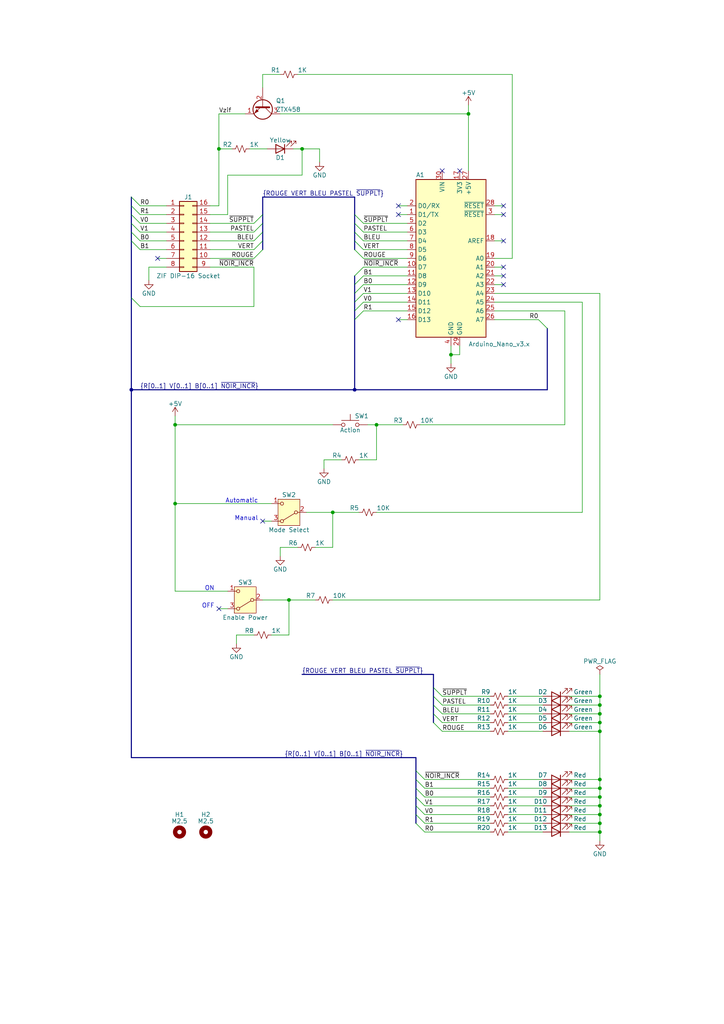
<source format=kicad_sch>
(kicad_sch (version 20230121) (generator eeschema)
  (paper "A4" portrait)
  (title_block (title "Testbench for the Color PROM of the Thomson MO5") (date "2024-12-06") (rev "v0.0.1-DRAFT") (company "Sporniket") (comment 2 "...tree/main/testbench/hardware") (comment 3 "https://github.com/sporniket/kicad-conversions--thomson-mo5--i03-replacement/...") (comment 4 "Original repository : "))
  (lib_symbols
    (symbol "Connector_Generic:Conn_02x08_Counter_Clockwise" (pin_names (offset 1.016) hide)
      (property "Reference" "J" (at 1.27 10.16 0))
      (property "Value" "Conn_02x08_Counter_Clockwise" (at 1.27 -12.7 0))
      (symbol "Conn_02x08_Counter_Clockwise_1_1"
        (rectangle (start -1.27 -10.033) (end 0 -10.287) (stroke (width 0.1524)))
        (rectangle (start -1.27 -7.493) (end 0 -7.747) (stroke (width 0.1524)))
        (rectangle (start -1.27 -4.953) (end 0 -5.207) (stroke (width 0.1524)))
        (rectangle (start -1.27 -2.413) (end 0 -2.667) (stroke (width 0.1524)))
        (rectangle (start -1.27 0.127) (end 0 -0.127) (stroke (width 0.1524)))
        (rectangle (start -1.27 2.667) (end 0 2.413) (stroke (width 0.1524)))
        (rectangle (start -1.27 5.207) (end 0 4.953) (stroke (width 0.1524)))
        (rectangle (start -1.27 7.747) (end 0 7.493) (stroke (width 0.1524)))
        (rectangle (start -1.27 8.89) (end 3.81 -11.43) (stroke (width 0.254)) (fill (type background)))
        (rectangle (start 3.81 -10.033) (end 2.54 -10.287) (stroke (width 0.1524)))
        (rectangle (start 3.81 -7.493) (end 2.54 -7.747) (stroke (width 0.1524)))
        (rectangle (start 3.81 -4.953) (end 2.54 -5.207) (stroke (width 0.1524)))
        (rectangle (start 3.81 -2.413) (end 2.54 -2.667) (stroke (width 0.1524)))
        (rectangle (start 3.81 0.127) (end 2.54 -0.127) (stroke (width 0.1524)))
        (rectangle (start 3.81 2.667) (end 2.54 2.413) (stroke (width 0.1524)))
        (rectangle (start 3.81 5.207) (end 2.54 4.953) (stroke (width 0.1524)))
        (rectangle (start 3.81 7.747) (end 2.54 7.493) (stroke (width 0.1524)))
        (pin passive line (at -5.08 7.62 0) (length 3.81) (name "Pin_1") (number "1"))
        (pin passive line (at 7.62 -7.62 180) (length 3.81) (name "Pin_10") (number "10"))
        (pin passive line (at 7.62 -5.08 180) (length 3.81) (name "Pin_11") (number "11"))
        (pin passive line (at 7.62 -2.54 180) (length 3.81) (name "Pin_12") (number "12"))
        (pin passive line (at 7.62 0 180) (length 3.81) (name "Pin_13") (number "13"))
        (pin passive line (at 7.62 2.54 180) (length 3.81) (name "Pin_14") (number "14"))
        (pin passive line (at 7.62 5.08 180) (length 3.81) (name "Pin_15") (number "15"))
        (pin passive line (at 7.62 7.62 180) (length 3.81) (name "Pin_16") (number "16"))
        (pin passive line (at -5.08 5.08 0) (length 3.81) (name "Pin_2") (number "2"))
        (pin passive line (at -5.08 2.54 0) (length 3.81) (name "Pin_3") (number "3"))
        (pin passive line (at -5.08 0 0) (length 3.81) (name "Pin_4") (number "4"))
        (pin passive line (at -5.08 -2.54 0) (length 3.81) (name "Pin_5") (number "5"))
        (pin passive line (at -5.08 -5.08 0) (length 3.81) (name "Pin_6") (number "6"))
        (pin passive line (at -5.08 -7.62 0) (length 3.81) (name "Pin_7") (number "7"))
        (pin passive line (at -5.08 -10.16 0) (length 3.81) (name "Pin_8") (number "8"))
        (pin passive line (at 7.62 -10.16 180) (length 3.81) (name "Pin_9") (number "9"))
      )
    )
    (symbol "Device:LED" (pin_numbers hide) (pin_names (offset 1.016) hide)
      (property "Reference" "D" (at 0 2.54 0))
      (property "Value" "LED" (at 0 -2.54 0))
      (symbol "LED_0_1"
        (polyline (pts (xy -1.27 -1.27) (xy -1.27 1.27)) (stroke (width 0.254)))
        (polyline (pts (xy -1.27 0) (xy 1.27 0)))
        (polyline (pts (xy 1.27 -1.27) (xy 1.27 1.27) (xy -1.27 0) (xy 1.27 -1.27)) (stroke (width 0.254)))
        (polyline (pts (xy -3.048 -0.762) (xy -4.572 -2.286) (xy -3.81 -2.286) (xy -4.572 -2.286) (xy -4.572 -1.524)))
        (polyline (pts (xy -1.778 -0.762) (xy -3.302 -2.286) (xy -2.54 -2.286) (xy -3.302 -2.286) (xy -3.302 -1.524)))
      )
      (symbol "LED_1_1"
        (pin passive line (at -3.81 0 0) (length 2.54) (name "K") (number "1"))
        (pin passive line (at 3.81 0 180) (length 2.54) (name "A") (number "2"))
      )
    )
    (symbol "Device:Q_NPN_EBC" (pin_names (offset 0) hide)
      (property "Reference" "Q" (at 5.08 1.27 0))
      (property "Value" "Q_NPN_EBC" (at 5.08 -1.27 0))
      (symbol "Q_NPN_EBC_0_1"
        (polyline (pts (xy 0.635 0.635) (xy 2.54 2.54)))
        (polyline (pts (xy 0.635 -0.635) (xy 2.54 -2.54) (xy 2.54 -2.54)))
        (polyline (pts (xy 0.635 1.905) (xy 0.635 -1.905) (xy 0.635 -1.905)) (stroke (width 0.508)))
        (polyline (pts (xy 1.27 -1.778) (xy 1.778 -1.27) (xy 2.286 -2.286) (xy 1.27 -1.778) (xy 1.27 -1.778)) (fill (type outline)))
        (circle (center 1.27 0) (radius 2.8194) (stroke (width 0.254)))
      )
      (symbol "Q_NPN_EBC_1_1"
        (pin passive line (at 2.54 -5.08 90) (length 2.54) (name "E") (number "1"))
        (pin passive line (at -5.08 0 0) (length 5.715) (name "B") (number "2"))
        (pin passive line (at 2.54 5.08 270) (length 2.54) (name "C") (number "3"))
      )
    )
    (symbol "Device:R_Small_US" (pin_numbers hide) (pin_names (offset 0.254) hide)
      (property "Reference" "R" (at 0.762 0.508 0))
      (property "Value" "R_Small_US" (at 0.762 -1.016 0))
      (symbol "R_Small_US_1_1"
        (polyline (pts (xy 0 0) (xy 1.016 -0.381) (xy 0 -0.762) (xy -1.016 -1.143) (xy 0 -1.524)))
        (polyline (pts (xy 0 1.524) (xy 1.016 1.143) (xy 0 0.762) (xy -1.016 0.381) (xy 0 0)))
        (pin passive line (at 0 2.54 270) (length 1.016) (name "~") (number "1"))
        (pin passive line (at 0 -2.54 90) (length 1.016) (name "~") (number "2"))
      )
    )
    (symbol "MCU_Module:Arduino_Nano_v3.x"
      (property "Reference" "A" (at -10.16 23.495 0))
      (property "Value" "Arduino_Nano_v3.x" (at 5.08 -24.13 0))
      (symbol "Arduino_Nano_v3.x_0_1"
        (rectangle (start -10.16 22.86) (end 10.16 -22.86) (stroke (width 0.254)) (fill (type background)))
      )
      (symbol "Arduino_Nano_v3.x_1_1"
        (pin bidirectional line (at -12.7 12.7 0) (length 2.54) (name "D1/TX") (number "1"))
        (pin bidirectional line (at -12.7 -2.54 0) (length 2.54) (name "D7") (number "10"))
        (pin bidirectional line (at -12.7 -5.08 0) (length 2.54) (name "D8") (number "11"))
        (pin bidirectional line (at -12.7 -7.62 0) (length 2.54) (name "D9") (number "12"))
        (pin bidirectional line (at -12.7 -10.16 0) (length 2.54) (name "D10") (number "13"))
        (pin bidirectional line (at -12.7 -12.7 0) (length 2.54) (name "D11") (number "14"))
        (pin bidirectional line (at -12.7 -15.24 0) (length 2.54) (name "D12") (number "15"))
        (pin bidirectional line (at -12.7 -17.78 0) (length 2.54) (name "D13") (number "16"))
        (pin power_out line (at 2.54 25.4 270) (length 2.54) (name "3V3") (number "17"))
        (pin input line (at 12.7 5.08 180) (length 2.54) (name "AREF") (number "18"))
        (pin bidirectional line (at 12.7 0 180) (length 2.54) (name "A0") (number "19"))
        (pin bidirectional line (at -12.7 15.24 0) (length 2.54) (name "D0/RX") (number "2"))
        (pin bidirectional line (at 12.7 -2.54 180) (length 2.54) (name "A1") (number "20"))
        (pin bidirectional line (at 12.7 -5.08 180) (length 2.54) (name "A2") (number "21"))
        (pin bidirectional line (at 12.7 -7.62 180) (length 2.54) (name "A3") (number "22"))
        (pin bidirectional line (at 12.7 -10.16 180) (length 2.54) (name "A4") (number "23"))
        (pin bidirectional line (at 12.7 -12.7 180) (length 2.54) (name "A5") (number "24"))
        (pin bidirectional line (at 12.7 -15.24 180) (length 2.54) (name "A6") (number "25"))
        (pin bidirectional line (at 12.7 -17.78 180) (length 2.54) (name "A7") (number "26"))
        (pin power_out line (at 5.08 25.4 270) (length 2.54) (name "+5V") (number "27"))
        (pin input line (at 12.7 15.24 180) (length 2.54) (name "~{RESET}") (number "28"))
        (pin power_in line (at 2.54 -25.4 90) (length 2.54) (name "GND") (number "29"))
        (pin input line (at 12.7 12.7 180) (length 2.54) (name "~{RESET}") (number "3"))
        (pin power_in line (at -2.54 25.4 270) (length 2.54) (name "VIN") (number "30"))
        (pin power_in line (at 0 -25.4 90) (length 2.54) (name "GND") (number "4"))
        (pin bidirectional line (at -12.7 10.16 0) (length 2.54) (name "D2") (number "5"))
        (pin bidirectional line (at -12.7 7.62 0) (length 2.54) (name "D3") (number "6"))
        (pin bidirectional line (at -12.7 5.08 0) (length 2.54) (name "D4") (number "7"))
        (pin bidirectional line (at -12.7 2.54 0) (length 2.54) (name "D5") (number "8"))
        (pin bidirectional line (at -12.7 0 0) (length 2.54) (name "D6") (number "9"))
      )
    )
    (symbol "Mechanical:MountingHole" (pin_names (offset 1.016))
      (property "Reference" "H" (at 0 5.08 0))
      (property "Value" "MountingHole" (at 0 3.175 0))
      (symbol "MountingHole_0_1"
        (circle (center 0 0) (radius 1.27) (stroke (width 1.27)))
      )
    )
    (symbol "Switch:SW_Push" (pin_numbers hide) (pin_names (offset 1.016) hide)
      (property "Reference" "SW" (at 1.27 2.54 0))
      (property "Value" "SW_Push" (at 0 -1.524 0))
      (symbol "SW_Push_0_1"
        (circle (center -2.032 0) (radius 0.508))
        (polyline (pts (xy 0 1.27) (xy 0 3.048)))
        (polyline (pts (xy 2.54 1.27) (xy -2.54 1.27)))
        (circle (center 2.032 0) (radius 0.508))
        (pin passive line (at -5.08 0 0) (length 2.54) (name "1") (number "1"))
        (pin passive line (at 5.08 0 180) (length 2.54) (name "2") (number "2"))
      )
    )
    (symbol "Switch:SW_SPDT_321" (pin_names (offset 1) hide)
      (property "Reference" "SW" (at 0 5.08 0))
      (property "Value" "SW_SPDT_321" (at 0 -5.08 0))
      (symbol "SW_SPDT_321_0_1"
        (circle (center -2.032 0) (radius 0.4572))
        (polyline (pts (xy -1.651 0.254) (xy 1.651 2.286)))
        (circle (center 2.032 -2.54) (radius 0.4572))
        (circle (center 2.032 2.54) (radius 0.4572))
      )
      (symbol "SW_SPDT_321_1_1"
        (rectangle (start -3.175 3.81) (end 3.175 -3.81) (fill (type background)))
        (pin passive line (at 5.08 -2.54 180) (length 2.54) (name "C") (number "1"))
        (pin passive line (at -5.08 0 0) (length 2.54) (name "B") (number "2"))
        (pin passive line (at 5.08 2.54 180) (length 2.54) (name "A") (number "3"))
      )
    )
    (symbol "power:+5V" (power) (pin_names (offset 0))
      (property "Value" "+5V" (at 0 3.556 0))
      (symbol "+5V_0_1"
        (polyline (pts (xy -0.762 1.27) (xy 0 2.54)))
        (polyline (pts (xy 0 0) (xy 0 2.54)))
        (polyline (pts (xy 0 2.54) (xy 0.762 1.27)))
      )
      (symbol "+5V_1_1"
        (pin power_in line (at 0 0 90) (length 0) hide (name "+5V") (number "1"))
      )
    )
    (symbol "power:GND" (power) (pin_names (offset 0))
      (property "Value" "GND" (at 0 -3.81 0))
      (symbol "GND_0_1"
        (polyline (pts (xy 0 0) (xy 0 -1.27) (xy 1.27 -1.27) (xy 0 -2.54) (xy -1.27 -1.27) (xy 0 -1.27)))
      )
      (symbol "GND_1_1"
        (pin power_in line (at 0 0 270) (length 0) hide (name "GND") (number "1"))
      )
    )
    (symbol "power:PWR_FLAG" (power) (pin_numbers hide) (pin_names (offset 0) hide)
      (property "Value" "PWR_FLAG" (at 0 3.81 0))
      (symbol "PWR_FLAG_0_0"
        (pin power_out line (at 0 0 90) (length 0) (name "pwr") (number "1"))
      )
      (symbol "PWR_FLAG_0_1"
        (polyline (pts (xy 0 0) (xy 0 1.27) (xy -1.016 1.905) (xy 0 2.54) (xy 1.016 1.905) (xy 0 1.27)))
      )
    )
  )
  (junction (at 173.99 231.14))
  (junction (at 173.99 204.47))
  (junction (at 173.99 228.6))
  (junction (at 173.99 238.76))
  (junction (at 130.81 102.87))
  (junction (at 173.99 209.55))
  (junction (at 96.52 148.59))
  (junction (at 173.99 236.22))
  (junction (at 50.8 146.05))
  (junction (at 87.63 43.18))
  (junction (at 50.8 123.19))
  (junction (at 102.87 113.03))
  (junction (at 135.89 33.02))
  (junction (at 173.99 233.68))
  (junction (at 173.99 201.93))
  (junction (at 173.99 212.09))
  (junction (at 83.82 173.99))
  (junction (at 173.99 226.06))
  (junction (at 173.99 207.01))
  (junction (at 63.5 43.18))
  (junction (at 38.1 113.03))
  (junction (at 109.22 123.19))
  (junction (at 173.99 241.3))
  (no_connect (at 45.72 74.93))
  (no_connect (at 115.57 59.69))
  (no_connect (at 146.05 77.47))
  (no_connect (at 115.57 92.71))
  (no_connect (at 133.35 49.53))
  (no_connect (at 146.05 69.85))
  (no_connect (at 146.05 80.01))
  (no_connect (at 63.5 176.53))
  (no_connect (at 146.05 62.23))
  (no_connect (at 76.2 151.13))
  (no_connect (at 115.57 62.23))
  (no_connect (at 128.27 49.53))
  (no_connect (at 146.05 59.69))
  (no_connect (at 146.05 82.55))
  (bus_entry (at 105.41 80.01) (size -2.54 2.54))
  (bus_entry (at 123.19 226.06) (size -2.54 -2.54))
  (bus_entry (at 128.27 204.47) (size -2.54 -2.54))
  (bus_entry (at 105.41 74.93) (size -2.54 -2.54))
  (bus_entry (at 105.41 87.63) (size -2.54 2.54))
  (bus_entry (at 105.41 85.09) (size -2.54 2.54))
  (bus_entry (at 73.66 67.31) (size 2.54 -2.54))
  (bus_entry (at 105.41 69.85) (size -2.54 -2.54))
  (bus_entry (at 40.64 67.31) (size -2.54 -2.54))
  (bus_entry (at 73.66 72.39) (size 2.54 -2.54))
  (bus_entry (at 123.19 238.76) (size -2.54 -2.54))
  (bus_entry (at 123.19 231.14) (size -2.54 -2.54))
  (bus_entry (at 128.27 212.09) (size -2.54 -2.54))
  (bus_entry (at 128.27 201.93) (size -2.54 -2.54))
  (bus_entry (at 123.19 241.3) (size -2.54 -2.54))
  (bus_entry (at 128.27 207.01) (size -2.54 -2.54))
  (bus_entry (at 105.41 77.47) (size -2.54 2.54))
  (bus_entry (at 40.64 69.85) (size -2.54 -2.54))
  (bus_entry (at 105.41 64.77) (size -2.54 -2.54))
  (bus_entry (at 123.19 236.22) (size -2.54 -2.54))
  (bus_entry (at 38.1 86.36) (size 2.54 2.54))
  (bus_entry (at 40.64 59.69) (size -2.54 -2.54))
  (bus_entry (at 156.21 92.71) (size 2.54 2.54))
  (bus_entry (at 105.41 72.39) (size -2.54 -2.54))
  (bus_entry (at 123.19 228.6) (size -2.54 -2.54))
  (bus_entry (at 40.64 64.77) (size -2.54 -2.54))
  (bus_entry (at 105.41 67.31) (size -2.54 -2.54))
  (bus_entry (at 105.41 82.55) (size -2.54 2.54))
  (bus_entry (at 73.66 69.85) (size 2.54 -2.54))
  (bus_entry (at 123.19 233.68) (size -2.54 -2.54))
  (bus_entry (at 73.66 74.93) (size 2.54 -2.54))
  (bus_entry (at 105.41 90.17) (size -2.54 2.54))
  (bus_entry (at 40.64 72.39) (size -2.54 -2.54))
  (bus_entry (at 73.66 64.77) (size 2.54 -2.54))
  (bus_entry (at 128.27 209.55) (size -2.54 -2.54))
  (bus_entry (at 40.64 62.23) (size -2.54 -2.54))
  (wire (pts (xy 173.99 212.09) (xy 173.99 226.06)))
  (wire (pts (xy 115.57 59.69) (xy 118.11 59.69)))
  (wire (pts (xy 135.89 33.02) (xy 135.89 49.53)))
  (wire (pts (xy 147.32 241.3) (xy 157.48 241.3)))
  (wire (pts (xy 60.96 77.47) (xy 73.66 77.47)))
  (wire (pts (xy 105.41 77.47) (xy 118.11 77.47)))
  (wire (pts (xy 50.8 123.19) (xy 50.8 146.05)))
  (wire (pts (xy 147.32 212.09) (xy 157.48 212.09)))
  (bus (pts (xy 38.1 69.85) (xy 38.1 86.36)))
  (bus (pts (xy 102.87 90.17) (xy 102.87 87.63)))
  (wire (pts (xy 143.51 82.55) (xy 146.05 82.55)))
  (wire (pts (xy 40.64 64.77) (xy 48.26 64.77)))
  (wire (pts (xy 60.96 62.23) (xy 66.04 62.23)))
  (wire (pts (xy 123.19 241.3) (xy 142.24 241.3)))
  (wire (pts (xy 50.8 171.45) (xy 66.04 171.45)))
  (wire (pts (xy 63.5 33.02) (xy 63.5 43.18)))
  (wire (pts (xy 165.1 204.47) (xy 173.99 204.47)))
  (wire (pts (xy 50.8 120.65) (xy 50.8 123.19)))
  (wire (pts (xy 81.28 158.75) (xy 86.36 158.75)))
  (wire (pts (xy 105.41 64.77) (xy 118.11 64.77)))
  (wire (pts (xy 96.52 148.59) (xy 104.14 148.59)))
  (wire (pts (xy 91.44 158.75) (xy 96.52 158.75)))
  (wire (pts (xy 63.5 33.02) (xy 71.12 33.02)))
  (bus (pts (xy 38.1 67.31) (xy 38.1 69.85)))
  (bus (pts (xy 125.73 204.47) (xy 125.73 201.93)))
  (bus (pts (xy 120.65 238.76) (xy 120.65 236.22)))
  (wire (pts (xy 105.41 72.39) (xy 118.11 72.39)))
  (wire (pts (xy 50.8 146.05) (xy 50.8 171.45)))
  (wire (pts (xy 123.19 233.68) (xy 142.24 233.68)))
  (wire (pts (xy 147.32 231.14) (xy 157.48 231.14)))
  (wire (pts (xy 173.99 241.3) (xy 173.99 243.84)))
  (wire (pts (xy 92.71 43.18) (xy 87.63 43.18)))
  (wire (pts (xy 87.63 43.18) (xy 87.63 50.8)))
  (wire (pts (xy 40.64 62.23) (xy 48.26 62.23)))
  (wire (pts (xy 88.9 148.59) (xy 96.52 148.59)))
  (wire (pts (xy 105.41 82.55) (xy 118.11 82.55)))
  (wire (pts (xy 173.99 238.76) (xy 173.99 241.3)))
  (wire (pts (xy 133.35 102.87) (xy 130.81 102.87)))
  (wire (pts (xy 128.27 201.93) (xy 142.24 201.93)))
  (wire (pts (xy 128.27 207.01) (xy 142.24 207.01)))
  (wire (pts (xy 130.81 100.33) (xy 130.81 102.87)))
  (wire (pts (xy 76.2 151.13) (xy 78.74 151.13)))
  (wire (pts (xy 165.1 226.06) (xy 173.99 226.06)))
  (wire (pts (xy 63.5 43.18) (xy 67.31 43.18)))
  (wire (pts (xy 148.59 74.93) (xy 143.51 74.93)))
  (wire (pts (xy 45.72 74.93) (xy 48.26 74.93)))
  (wire (pts (xy 173.99 226.06) (xy 173.99 228.6)))
  (wire (pts (xy 173.99 228.6) (xy 173.99 231.14)))
  (wire (pts (xy 72.39 43.18) (xy 77.47 43.18)))
  (bus (pts (xy 87.63 195.58) (xy 125.73 195.58)))
  (bus (pts (xy 102.87 82.55) (xy 102.87 80.01)))
  (wire (pts (xy 115.57 92.71) (xy 118.11 92.71)))
  (wire (pts (xy 106.68 123.19) (xy 109.22 123.19)))
  (wire (pts (xy 60.96 72.39) (xy 73.66 72.39)))
  (wire (pts (xy 68.58 186.69) (xy 68.58 184.15)))
  (bus (pts (xy 76.2 67.31) (xy 76.2 64.77)))
  (wire (pts (xy 123.19 228.6) (xy 142.24 228.6)))
  (wire (pts (xy 173.99 236.22) (xy 173.99 238.76)))
  (bus (pts (xy 76.2 64.77) (xy 76.2 62.23)))
  (wire (pts (xy 96.52 173.99) (xy 173.99 173.99)))
  (bus (pts (xy 38.1 64.77) (xy 38.1 67.31)))
  (wire (pts (xy 121.92 123.19) (xy 163.83 123.19)))
  (wire (pts (xy 165.1 228.6) (xy 173.99 228.6)))
  (wire (pts (xy 165.1 231.14) (xy 173.99 231.14)))
  (wire (pts (xy 128.27 209.55) (xy 142.24 209.55)))
  (bus (pts (xy 76.2 57.15) (xy 102.87 57.15)))
  (bus (pts (xy 38.1 113.03) (xy 38.1 219.71)))
  (wire (pts (xy 165.1 236.22) (xy 173.99 236.22)))
  (wire (pts (xy 123.19 238.76) (xy 142.24 238.76)))
  (bus (pts (xy 38.1 86.36) (xy 38.1 113.03)))
  (wire (pts (xy 173.99 173.99) (xy 173.99 85.09)))
  (wire (pts (xy 105.41 67.31) (xy 118.11 67.31)))
  (wire (pts (xy 128.27 212.09) (xy 142.24 212.09)))
  (bus (pts (xy 102.87 87.63) (xy 102.87 85.09)))
  (wire (pts (xy 147.32 204.47) (xy 157.48 204.47)))
  (wire (pts (xy 147.32 201.93) (xy 157.48 201.93)))
  (wire (pts (xy 105.41 69.85) (xy 118.11 69.85)))
  (wire (pts (xy 147.32 238.76) (xy 157.48 238.76)))
  (wire (pts (xy 135.89 30.48) (xy 135.89 33.02)))
  (wire (pts (xy 165.1 212.09) (xy 173.99 212.09)))
  (wire (pts (xy 63.5 43.18) (xy 63.5 59.69)))
  (wire (pts (xy 173.99 207.01) (xy 173.99 209.55)))
  (wire (pts (xy 147.32 228.6) (xy 157.48 228.6)))
  (bus (pts (xy 120.65 236.22) (xy 120.65 233.68)))
  (wire (pts (xy 76.2 173.99) (xy 83.82 173.99)))
  (wire (pts (xy 109.22 133.35) (xy 109.22 123.19)))
  (wire (pts (xy 173.99 233.68) (xy 173.99 236.22)))
  (wire (pts (xy 165.1 209.55) (xy 173.99 209.55)))
  (wire (pts (xy 105.41 87.63) (xy 118.11 87.63)))
  (wire (pts (xy 60.96 59.69) (xy 63.5 59.69)))
  (wire (pts (xy 173.99 201.93) (xy 173.99 204.47)))
  (wire (pts (xy 168.91 148.59) (xy 168.91 87.63)))
  (wire (pts (xy 40.64 72.39) (xy 48.26 72.39)))
  (bus (pts (xy 38.1 113.03) (xy 102.87 113.03)))
  (wire (pts (xy 60.96 67.31) (xy 73.66 67.31)))
  (bus (pts (xy 102.87 57.15) (xy 102.87 62.23)))
  (wire (pts (xy 73.66 88.9) (xy 73.66 77.47)))
  (bus (pts (xy 102.87 69.85) (xy 102.87 72.39)))
  (wire (pts (xy 93.98 135.89) (xy 93.98 133.35)))
  (wire (pts (xy 66.04 50.8) (xy 87.63 50.8)))
  (wire (pts (xy 78.74 184.15) (xy 83.82 184.15)))
  (bus (pts (xy 102.87 67.31) (xy 102.87 69.85)))
  (wire (pts (xy 165.1 207.01) (xy 173.99 207.01)))
  (bus (pts (xy 125.73 201.93) (xy 125.73 199.39)))
  (wire (pts (xy 93.98 133.35) (xy 99.06 133.35)))
  (wire (pts (xy 143.51 69.85) (xy 146.05 69.85)))
  (wire (pts (xy 40.64 69.85) (xy 48.26 69.85)))
  (wire (pts (xy 165.1 238.76) (xy 173.99 238.76)))
  (wire (pts (xy 163.83 123.19) (xy 163.83 90.17)))
  (wire (pts (xy 147.32 209.55) (xy 157.48 209.55)))
  (wire (pts (xy 143.51 92.71) (xy 156.21 92.71)))
  (bus (pts (xy 102.87 62.23) (xy 102.87 64.77)))
  (wire (pts (xy 128.27 204.47) (xy 142.24 204.47)))
  (bus (pts (xy 76.2 69.85) (xy 76.2 67.31)))
  (wire (pts (xy 60.96 74.93) (xy 73.66 74.93)))
  (wire (pts (xy 63.5 176.53) (xy 66.04 176.53)))
  (wire (pts (xy 40.64 67.31) (xy 48.26 67.31)))
  (wire (pts (xy 50.8 123.19) (xy 96.52 123.19)))
  (bus (pts (xy 120.65 223.52) (xy 120.65 219.71)))
  (wire (pts (xy 143.51 90.17) (xy 163.83 90.17)))
  (wire (pts (xy 109.22 123.19) (xy 116.84 123.19)))
  (wire (pts (xy 165.1 201.93) (xy 173.99 201.93)))
  (wire (pts (xy 68.58 184.15) (xy 73.66 184.15)))
  (wire (pts (xy 76.2 21.59) (xy 81.28 21.59)))
  (wire (pts (xy 143.51 85.09) (xy 173.99 85.09)))
  (bus (pts (xy 38.1 219.71) (xy 120.65 219.71)))
  (bus (pts (xy 120.65 228.6) (xy 120.65 226.06)))
  (bus (pts (xy 76.2 62.23) (xy 76.2 57.15)))
  (wire (pts (xy 123.19 231.14) (xy 142.24 231.14)))
  (bus (pts (xy 120.65 226.06) (xy 120.65 223.52)))
  (wire (pts (xy 123.19 236.22) (xy 142.24 236.22)))
  (wire (pts (xy 40.64 88.9) (xy 73.66 88.9)))
  (wire (pts (xy 43.18 77.47) (xy 48.26 77.47)))
  (bus (pts (xy 102.87 92.71) (xy 102.87 90.17)))
  (wire (pts (xy 81.28 33.02) (xy 135.89 33.02)))
  (wire (pts (xy 40.64 59.69) (xy 48.26 59.69)))
  (wire (pts (xy 148.59 21.59) (xy 148.59 74.93)))
  (wire (pts (xy 104.14 133.35) (xy 109.22 133.35)))
  (wire (pts (xy 43.18 77.47) (xy 43.18 81.28)))
  (wire (pts (xy 143.51 87.63) (xy 168.91 87.63)))
  (wire (pts (xy 130.81 102.87) (xy 130.81 105.41)))
  (wire (pts (xy 60.96 69.85) (xy 73.66 69.85)))
  (wire (pts (xy 165.1 241.3) (xy 173.99 241.3)))
  (wire (pts (xy 165.1 233.68) (xy 173.99 233.68)))
  (wire (pts (xy 86.36 21.59) (xy 148.59 21.59)))
  (wire (pts (xy 83.82 173.99) (xy 91.44 173.99)))
  (bus (pts (xy 38.1 59.69) (xy 38.1 62.23)))
  (wire (pts (xy 83.82 184.15) (xy 83.82 173.99)))
  (bus (pts (xy 125.73 209.55) (xy 125.73 207.01)))
  (bus (pts (xy 102.87 92.71) (xy 102.87 113.03)))
  (wire (pts (xy 105.41 74.93) (xy 118.11 74.93)))
  (wire (pts (xy 133.35 100.33) (xy 133.35 102.87)))
  (wire (pts (xy 105.41 90.17) (xy 118.11 90.17)))
  (bus (pts (xy 38.1 62.23) (xy 38.1 64.77)))
  (wire (pts (xy 143.51 59.69) (xy 146.05 59.69)))
  (wire (pts (xy 147.32 226.06) (xy 157.48 226.06)))
  (wire (pts (xy 109.22 148.59) (xy 168.91 148.59)))
  (bus (pts (xy 38.1 57.15) (xy 38.1 59.69)))
  (bus (pts (xy 120.65 231.14) (xy 120.65 228.6)))
  (wire (pts (xy 115.57 62.23) (xy 118.11 62.23)))
  (wire (pts (xy 96.52 158.75) (xy 96.52 148.59)))
  (wire (pts (xy 147.32 207.01) (xy 157.48 207.01)))
  (wire (pts (xy 147.32 233.68) (xy 157.48 233.68)))
  (wire (pts (xy 147.32 236.22) (xy 157.48 236.22)))
  (bus (pts (xy 76.2 72.39) (xy 76.2 69.85)))
  (wire (pts (xy 143.51 77.47) (xy 146.05 77.47)))
  (bus (pts (xy 102.87 113.03) (xy 158.75 113.03)))
  (wire (pts (xy 143.51 62.23) (xy 146.05 62.23)))
  (wire (pts (xy 87.63 43.18) (xy 85.09 43.18)))
  (bus (pts (xy 102.87 64.77) (xy 102.87 67.31)))
  (wire (pts (xy 173.99 209.55) (xy 173.99 212.09)))
  (wire (pts (xy 143.51 80.01) (xy 146.05 80.01)))
  (wire (pts (xy 50.8 146.05) (xy 78.74 146.05)))
  (wire (pts (xy 81.28 161.29) (xy 81.28 158.75)))
  (wire (pts (xy 123.19 226.06) (xy 142.24 226.06)))
  (wire (pts (xy 66.04 50.8) (xy 66.04 62.23)))
  (wire (pts (xy 105.41 80.01) (xy 118.11 80.01)))
  (wire (pts (xy 92.71 46.99) (xy 92.71 43.18)))
  (wire (pts (xy 60.96 64.77) (xy 73.66 64.77)))
  (wire (pts (xy 173.99 231.14) (xy 173.99 233.68)))
  (bus (pts (xy 158.75 95.25) (xy 158.75 113.03)))
  (wire (pts (xy 76.2 25.4) (xy 76.2 21.59)))
  (bus (pts (xy 102.87 85.09) (xy 102.87 82.55)))
  (wire (pts (xy 173.99 195.58) (xy 173.99 201.93)))
  (bus (pts (xy 120.65 233.68) (xy 120.65 231.14)))
  (bus (pts (xy 125.73 199.39) (xy 125.73 195.58)))
  (wire (pts (xy 105.41 85.09) (xy 118.11 85.09)))
  (wire (pts (xy 173.99 204.47) (xy 173.99 207.01)))
  (bus (pts (xy 125.73 207.01) (xy 125.73 204.47)))
  (text "ON" (at 62.23 171.45 0) (effects (font (size 1.27 1.27)) (justify right bottom)))
  (text "Automatic" (at 74.93 146.05 0) (effects (font (size 1.27 1.27)) (justify right bottom)))
  (text "Manual" (at 74.93 151.13 0) (effects (font (size 1.27 1.27)) (justify right bottom)))
  (text "OFF" (at 62.23 176.53 0) (effects (font (size 1.27 1.27)) (justify right bottom)))
  (label "B1" (at 123.19 228.6 0))
  (label "V0" (at 105.41 87.63 0))
  (label "VERT" (at 73.66 72.39 180))
  (label "ROUGE" (at 128.27 212.09 0))
  (label "VERT" (at 128.27 209.55 0))
  (label "BLEU" (at 128.27 207.01 0))
  (label "V0" (at 40.64 64.77 0))
  (label "R0" (at 156.21 92.71 180))
  (label "B0" (at 123.19 231.14 0))
  (label "ROUGE" (at 73.66 74.93 180))
  (label "V0" (at 123.19 236.22 0))
  (label "BLEU" (at 73.66 69.85 180))
  (label "~{NOIR_INCR}" (at 73.66 77.47 180))
  (label "VERT" (at 105.41 72.39 0))
  (label "~{NOIR_INCR}" (at 123.19 226.06 0))
  (label "R1" (at 123.19 238.76 0))
  (label "Vzif" (at 63.5 33.02 0))
  (label "~{NOIR_INCR}" (at 105.41 77.47 0))
  (label "B1" (at 105.41 80.01 0))
  (label "R0" (at 123.19 241.3 0))
  (label "PASTEL" (at 128.27 204.47 0))
  (label "B1" (at 40.64 72.39 0))
  (label "V1" (at 123.19 233.68 0))
  (label "~{SUPPLT}" (at 105.41 64.77 0))
  (label "{R[0..1] V[0..1] B[0..1] ~{NOIR_INCR}}" (at 40.64 113.03 0))
  (label "PASTEL" (at 105.41 67.31 0))
  (label "B0" (at 40.64 69.85 0))
  (label "R0" (at 40.64 59.69 0))
  (label "BLEU" (at 105.41 69.85 0))
  (label "V1" (at 40.64 67.31 0))
  (label "R1" (at 40.64 62.23 0))
  (label "~{SUPPLT}" (at 128.27 201.93 0))
  (label "ROUGE" (at 105.41 74.93 0))
  (label "V1" (at 105.41 85.09 0))
  (label "R1" (at 105.41 90.17 0))
  (label "~{SUPPLT}" (at 73.66 64.77 180))
  (label "{R[0..1] V[0..1] B[0..1] ~{NOIR_INCR}}" (at 82.55 219.71 0))
  (label "PASTEL" (at 73.66 67.31 180))
  (label "B0" (at 105.41 82.55 0))
  (label "{ROUGE VERT BLEU PASTEL ~{SUPPLT}}" (at 87.63 195.58 0))
  (label "{ROUGE VERT BLEU PASTEL ~{SUPPLT}}" (at 76.2 57.15 0))
  (symbol (lib_id "power:GND") (at 173.99 243.84 0) (unit 1)
    (property "Reference" "#PWR09" (effects hide))
    (property "Value" "GND" (at 173.99 247.65 0))
  )
  (symbol (lib_id "power:+5V") (at 135.89 30.48 0) (unit 1)
    (property "Reference" "#PWR01" (effects hide))
    (property "Value" "+5V" (at 135.89 26.924 0))
  )
  (symbol (lib_id "Device:R_Small_US") (at 69.85 43.18 90) (unit 1)
    (property "Reference" "R2" (at 67.31 41.91 90) (effects (justify left)))
    (property "Value" "1K" (at 72.39 41.91 90) (effects (justify right)))
    (property "Footprint" "commons-passives_THT:Passive_THT_resistor_W2.54mm_L12.70mm" (effects hide))
  )
  (symbol (lib_id "Device:R_Small_US") (at 144.78 207.01 90) (unit 1)
    (property "Reference" "R11" (at 142.24 205.74 90) (effects (justify left)))
    (property "Value" "1K" (at 147.32 205.74 90) (effects (justify right)))
    (property "Footprint" "commons-passives_THT:Passive_THT_resistor_W2.54mm_L12.70mm" (effects hide))
  )
  (symbol (lib_id "Device:R_Small_US") (at 119.38 123.19 90) (unit 1)
    (property "Reference" "R3" (at 116.84 121.92 90) (effects (justify left)))
    (property "Value" "10K" (at 121.92 121.92 90) (effects (justify right)))
    (property "Footprint" "commons-passives_THT:Passive_THT_resistor_W2.54mm_L12.70mm" (effects hide))
  )
  (symbol (lib_id "Connector_Generic:Conn_02x08_Counter_Clockwise") (at 53.34 67.31 0) (unit 1)
    (property "Reference" "J1" (at 54.61 57.15 0))
    (property "Value" "ZIF DIP-16 Socket" (at 54.61 80.01 0))
    (property "Footprint" "Package_DIP:DIP-16_W7.62mm_Socket" (effects hide))
  )
  (symbol (lib_id "Device:LED") (at 81.28 43.18 180) (unit 1)
    (property "Reference" "D1" (at 81.28 45.72 0))
    (property "Value" "Yellow" (at 81.28 40.64 0))
    (property "Footprint" "LED_THT:LED_D3.0mm" (effects hide))
  )
  (symbol (lib_id "Device:LED") (at 161.29 207.01 180) (unit 1)
    (property "Reference" "D4" (at 158.75 205.74 0) (effects (justify left)))
    (property "Value" "Green" (at 166.37 205.74 0) (effects (justify right)))
    (property "Footprint" "LED_THT:LED_D3.0mm" (effects hide))
  )
  (symbol (lib_id "Device:LED") (at 161.29 228.6 180) (unit 1)
    (property "Reference" "D8" (at 158.75 227.33 0) (effects (justify left)))
    (property "Value" "Red" (at 166.37 227.33 0) (effects (justify right)))
    (property "Footprint" "LED_THT:LED_D3.0mm" (effects hide))
  )
  (symbol (lib_id "Device:LED") (at 161.29 204.47 180) (unit 1)
    (property "Reference" "D3" (at 158.75 203.2 0) (effects (justify left)))
    (property "Value" "Green" (at 166.37 203.2 0) (effects (justify right)))
    (property "Footprint" "LED_THT:LED_D3.0mm" (effects hide))
  )
  (symbol (lib_id "Switch:SW_SPDT_321") (at 83.82 148.59 180) (unit 1)
    (property "Reference" "SW2" (at 83.82 143.51 0))
    (property "Value" "Mode Select" (at 83.82 153.67 0))
    (property "Footprint" "commons-interconnect_THT:g-switch_22f12-gxxx" (effects hide))
  )
  (symbol (lib_id "power:+5V") (at 50.8 120.65 0) (unit 1)
    (property "Reference" "#PWR05" (effects hide))
    (property "Value" "+5V" (at 50.8 117.094 0))
  )
  (symbol (lib_id "Device:LED") (at 161.29 241.3 180) (unit 1)
    (property "Reference" "D13" (at 158.75 240.03 0) (effects (justify left)))
    (property "Value" "Red" (at 166.37 240.03 0) (effects (justify right)))
    (property "Footprint" "LED_THT:LED_D3.0mm" (effects hide))
  )
  (symbol (lib_id "Switch:SW_SPDT_321") (at 71.12 173.99 180) (unit 1)
    (property "Reference" "SW3" (at 71.12 168.91 0))
    (property "Value" "Enable Power" (at 71.12 179.07 0))
    (property "Footprint" "commons-interconnect_THT:g-switch_22f12-gxxx" (effects hide))
  )
  (symbol (lib_id "Device:R_Small_US") (at 144.78 226.06 90) (unit 1)
    (property "Reference" "R14" (at 142.24 224.79 90) (effects (justify left)))
    (property "Value" "1K" (at 147.32 224.79 90) (effects (justify right)))
    (property "Footprint" "commons-passives_THT:Passive_THT_resistor_W2.54mm_L12.70mm" (effects hide))
  )
  (symbol (lib_id "Device:R_Small_US") (at 144.78 212.09 90) (unit 1)
    (property "Reference" "R13" (at 142.24 210.82 90) (effects (justify left)))
    (property "Value" "1K" (at 147.32 210.82 90) (effects (justify right)))
    (property "Footprint" "commons-passives_THT:Passive_THT_resistor_W2.54mm_L12.70mm" (effects hide))
  )
  (symbol (lib_id "Device:R_Small_US") (at 144.78 228.6 90) (unit 1)
    (property "Reference" "R15" (at 142.24 227.33 90) (effects (justify left)))
    (property "Value" "1K" (at 147.32 227.33 90) (effects (justify right)))
    (property "Footprint" "commons-passives_THT:Passive_THT_resistor_W2.54mm_L12.70mm" (effects hide))
  )
  (symbol (lib_id "power:PWR_FLAG") (at 173.99 195.58 0) (unit 1)
    (property "Reference" "#FLG01" (effects hide))
    (property "Value" "PWR_FLAG" (at 173.99 191.77 0))
  )
  (symbol (lib_id "Device:LED") (at 161.29 212.09 180) (unit 1)
    (property "Reference" "D6" (at 158.75 210.82 0) (effects (justify left)))
    (property "Value" "Green" (at 166.37 210.82 0) (effects (justify right)))
    (property "Footprint" "LED_THT:LED_D3.0mm" (effects hide))
  )
  (symbol (lib_id "Device:R_Small_US") (at 93.98 173.99 90) (unit 1)
    (property "Reference" "R7" (at 91.44 172.72 90) (effects (justify left)))
    (property "Value" "10K" (at 96.52 172.72 90) (effects (justify right)))
    (property "Footprint" "commons-passives_THT:Passive_THT_resistor_W2.54mm_L12.70mm" (effects hide))
  )
  (symbol (lib_id "power:GND") (at 81.28 161.29 0) (unit 1)
    (property "Reference" "#PWR07" (effects hide))
    (property "Value" "GND" (at 81.28 165.1 0))
  )
  (symbol (lib_id "Device:LED") (at 161.29 233.68 180) (unit 1)
    (property "Reference" "D10" (at 158.75 232.41 0) (effects (justify left)))
    (property "Value" "Red" (at 166.37 232.41 0) (effects (justify right)))
    (property "Footprint" "LED_THT:LED_D3.0mm" (effects hide))
  )
  (symbol (lib_id "MCU_Module:Arduino_Nano_v3.x") (at 130.81 74.93 0) (unit 1)
    (property "Reference" "A1" (at 120.65 51.435 0) (effects (justify left bottom)))
    (property "Value" "Arduino_Nano_v3.x" (at 135.89 99.06 0) (effects (justify left top)))
    (property "Footprint" "Module:Arduino_Nano" (effects hide))
    (property "Datasheet" "http://www.mouser.com/pdfdocs/Gravitech_Arduino_Nano3_0.pdf" (effects hide))
  )
  (symbol (lib_id "Mechanical:MountingHole") (at 59.69 241.3 0) (unit 1)
    (property "Reference" "H2" (at 59.69 236.22 0))
    (property "Value" "M2.5" (at 59.69 238.125 0))
    (property "Footprint" "MountingHole:MountingHole_2.7mm_M2.5" (effects hide))
  )
  (symbol (lib_id "Device:R_Small_US") (at 76.2 184.15 90) (unit 1)
    (property "Reference" "R8" (at 73.66 182.88 90) (effects (justify left)))
    (property "Value" "1K" (at 78.74 182.88 90) (effects (justify right)))
    (property "Footprint" "commons-passives_THT:Passive_THT_resistor_W2.54mm_L12.70mm" (effects hide))
  )
  (symbol (lib_id "Device:LED") (at 161.29 236.22 180) (unit 1)
    (property "Reference" "D11" (at 158.75 234.95 0) (effects (justify left)))
    (property "Value" "Red" (at 166.37 234.95 0) (effects (justify right)))
    (property "Footprint" "LED_THT:LED_D3.0mm" (effects hide))
  )
  (symbol (lib_id "Device:R_Small_US") (at 144.78 241.3 90) (unit 1)
    (property "Reference" "R20" (at 142.24 240.03 90) (effects (justify left)))
    (property "Value" "1K" (at 147.32 240.03 90) (effects (justify right)))
    (property "Footprint" "commons-passives_THT:Passive_THT_resistor_W2.54mm_L12.70mm" (effects hide))
  )
  (symbol (lib_id "Switch:SW_Push") (at 101.6 123.19 0) (unit 1)
    (property "Reference" "SW1" (at 102.87 120.65 0) (effects (justify left)))
    (property "Value" "Action" (at 101.6 124.714 0))
    (property "Footprint" "Button_Switch_THT:SW_PUSH-12mm" (effects hide))
  )
  (symbol (lib_id "Device:R_Small_US") (at 144.78 204.47 90) (unit 1)
    (property "Reference" "R10" (at 142.24 203.2 90) (effects (justify left)))
    (property "Value" "1K" (at 147.32 203.2 90) (effects (justify right)))
    (property "Footprint" "commons-passives_THT:Passive_THT_resistor_W2.54mm_L12.70mm" (effects hide))
  )
  (symbol (lib_id "Device:LED") (at 161.29 231.14 180) (unit 1)
    (property "Reference" "D9" (at 158.75 229.87 0) (effects (justify left)))
    (property "Value" "Red" (at 166.37 229.87 0) (effects (justify right)))
    (property "Footprint" "LED_THT:LED_D3.0mm" (effects hide))
  )
  (symbol (lib_id "power:GND") (at 43.18 81.28 0) (unit 1)
    (property "Reference" "#PWR03" (effects hide))
    (property "Value" "GND" (at 43.18 85.09 0))
  )
  (symbol (lib_id "Device:LED") (at 161.29 226.06 180) (unit 1)
    (property "Reference" "D7" (at 158.75 224.79 0) (effects (justify left)))
    (property "Value" "Red" (at 166.37 224.79 0) (effects (justify right)))
    (property "Footprint" "LED_THT:LED_D3.0mm" (effects hide))
  )
  (symbol (lib_id "Device:R_Small_US") (at 88.9 158.75 90) (unit 1)
    (property "Reference" "R6" (at 86.36 157.48 90) (effects (justify left)))
    (property "Value" "1K" (at 91.44 157.48 90) (effects (justify right)))
    (property "Footprint" "commons-passives_THT:Passive_THT_resistor_W2.54mm_L12.70mm" (effects hide))
  )
  (symbol (lib_id "Device:R_Small_US") (at 101.6 133.35 90) (unit 1)
    (property "Reference" "R4" (at 99.06 132.08 90) (effects (justify left)))
    (property "Value" "1K" (at 104.14 132.08 90) (effects (justify right)))
    (property "Footprint" "commons-passives_THT:Passive_THT_resistor_W2.54mm_L12.70mm" (effects hide))
  )
  (symbol (lib_id "Device:R_Small_US") (at 144.78 233.68 90) (unit 1)
    (property "Reference" "R17" (at 142.24 232.41 90) (effects (justify left)))
    (property "Value" "1K" (at 147.32 232.41 90) (effects (justify right)))
    (property "Footprint" "commons-passives_THT:Passive_THT_resistor_W2.54mm_L12.70mm" (effects hide))
  )
  (symbol (lib_id "power:GND") (at 130.81 105.41 0) (unit 1)
    (property "Reference" "#PWR04" (effects hide))
    (property "Value" "GND" (at 130.81 109.22 0))
  )
  (symbol (lib_id "Device:LED") (at 161.29 201.93 180) (unit 1)
    (property "Reference" "D2" (at 158.75 200.66 0) (effects (justify left)))
    (property "Value" "Green" (at 166.37 200.66 0) (effects (justify right)))
    (property "Footprint" "LED_THT:LED_D3.0mm" (effects hide))
  )
  (symbol (lib_id "power:GND") (at 68.58 186.69 0) (unit 1)
    (property "Reference" "#PWR08" (effects hide))
    (property "Value" "GND" (at 68.58 190.5 0))
  )
  (symbol (lib_id "Device:R_Small_US") (at 144.78 231.14 90) (unit 1)
    (property "Reference" "R16" (at 142.24 229.87 90) (effects (justify left)))
    (property "Value" "1K" (at 147.32 229.87 90) (effects (justify right)))
    (property "Footprint" "commons-passives_THT:Passive_THT_resistor_W2.54mm_L12.70mm" (effects hide))
  )
  (symbol (lib_id "power:GND") (at 93.98 135.89 0) (unit 1)
    (property "Reference" "#PWR06" (effects hide))
    (property "Value" "GND" (at 93.98 139.7 0))
  )
  (symbol (lib_id "Device:R_Small_US") (at 144.78 236.22 90) (unit 1)
    (property "Reference" "R18" (at 142.24 234.95 90) (effects (justify left)))
    (property "Value" "1K" (at 147.32 234.95 90) (effects (justify right)))
    (property "Footprint" "commons-passives_THT:Passive_THT_resistor_W2.54mm_L12.70mm" (effects hide))
  )
  (symbol (lib_id "power:GND") (at 92.71 46.99 0) (unit 1)
    (property "Reference" "#PWR02" (effects hide))
    (property "Value" "GND" (at 92.71 50.8 0))
  )
  (symbol (lib_id "Device:Q_NPN_EBC") (at 76.2 30.48 270) (unit 1)
    (property "Reference" "Q1" (at 80.01 29.21 90) (effects (justify left)))
    (property "Value" "ZTX458" (at 80.01 31.75 90) (effects (justify left)))
    (property "Footprint" "Package_TO_SOT_THT:TO-92_Inline_Wide" (effects hide))
  )
  (symbol (lib_id "Device:R_Small_US") (at 144.78 201.93 90) (unit 1)
    (property "Reference" "R9" (at 142.24 200.66 90) (effects (justify left)))
    (property "Value" "1K" (at 147.32 200.66 90) (effects (justify right)))
    (property "Footprint" "commons-passives_THT:Passive_THT_resistor_W2.54mm_L12.70mm" (effects hide))
  )
  (symbol (lib_id "Device:R_Small_US") (at 83.82 21.59 90) (unit 1)
    (property "Reference" "R1" (at 81.28 20.32 90) (effects (justify left)))
    (property "Value" "1K" (at 86.36 20.32 90) (effects (justify right)))
    (property "Footprint" "commons-passives_THT:Passive_THT_resistor_W2.54mm_L12.70mm" (effects hide))
  )
  (symbol (lib_id "Device:R_Small_US") (at 144.78 238.76 90) (unit 1)
    (property "Reference" "R19" (at 142.24 237.49 90) (effects (justify left)))
    (property "Value" "1K" (at 147.32 237.49 90) (effects (justify right)))
    (property "Footprint" "commons-passives_THT:Passive_THT_resistor_W2.54mm_L12.70mm" (effects hide))
  )
  (symbol (lib_id "Device:R_Small_US") (at 106.68 148.59 90) (unit 1)
    (property "Reference" "R5" (at 104.14 147.32 90) (effects (justify left)))
    (property "Value" "10K" (at 109.22 147.32 90) (effects (justify right)))
    (property "Footprint" "commons-passives_THT:Passive_THT_resistor_W2.54mm_L12.70mm" (effects hide))
  )
  (symbol (lib_id "Device:LED") (at 161.29 209.55 180) (unit 1)
    (property "Reference" "D5" (at 158.75 208.28 0) (effects (justify left)))
    (property "Value" "Green" (at 166.37 208.28 0) (effects (justify right)))
    (property "Footprint" "LED_THT:LED_D3.0mm" (effects hide))
  )
  (symbol (lib_id "Mechanical:MountingHole") (at 52.07 241.3 0) (unit 1)
    (property "Reference" "H1" (at 52.07 236.22 0))
    (property "Value" "M2.5" (at 52.07 238.125 0))
    (property "Footprint" "MountingHole:MountingHole_2.7mm_M2.5" (effects hide))
  )
  (symbol (lib_id "Device:LED") (at 161.29 238.76 180) (unit 1)
    (property "Reference" "D12" (at 158.75 237.49 0) (effects (justify left)))
    (property "Value" "Red" (at 166.37 237.49 0) (effects (justify right)))
    (property "Footprint" "LED_THT:LED_D3.0mm" (effects hide))
  )
  (symbol (lib_id "Device:R_Small_US") (at 144.78 209.55 90) (unit 1)
    (property "Reference" "R12" (at 142.24 208.28 90) (effects (justify left)))
    (property "Value" "1K" (at 147.32 208.28 90) (effects (justify right)))
    (property "Footprint" "commons-passives_THT:Passive_THT_resistor_W2.54mm_L12.70mm" (effects hide))
  )
)
</source>
